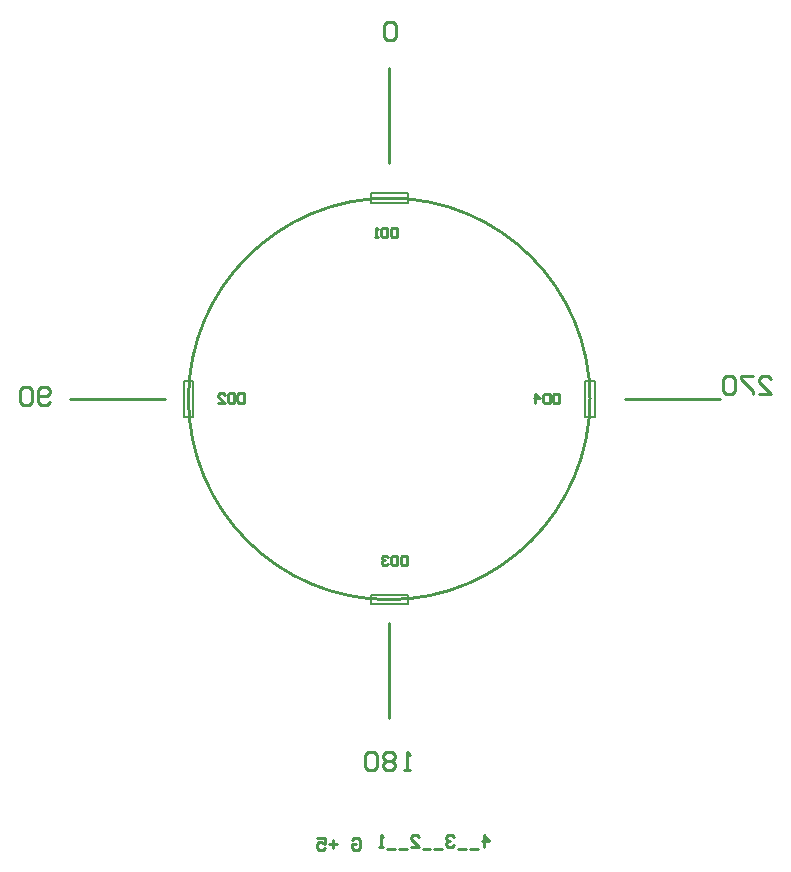
<source format=gbr>
%TF.GenerationSoftware,Altium Limited,Altium Designer,21.6.4 (81)*%
G04 Layer_Color=32896*
%FSLAX43Y43*%
%MOMM*%
%TF.SameCoordinates,7E1728C7-8053-4159-852C-9F5DCDCDAABE*%
%TF.FilePolarity,Positive*%
%TF.FileFunction,Legend,Bot*%
%TF.Part,Single*%
G01*
G75*
%TA.AperFunction,NonConductor*%
%ADD21C,0.254*%
%ADD22C,0.200*%
D21*
X17000Y0D02*
G03*
X17000Y0I-17000J0D01*
G01*
X0Y-27000D02*
Y-19000D01*
X20000Y0D02*
X28000D01*
X0Y20000D02*
Y28000D01*
X-27000Y0D02*
X-19000D01*
X-3130Y-37343D02*
X-2964Y-37176D01*
X-2631D01*
X-2464Y-37343D01*
Y-38009D01*
X-2631Y-38176D01*
X-2964D01*
X-3130Y-38009D01*
Y-37676D01*
X-2797D01*
X-4463D02*
X-5130D01*
X-4797Y-37343D02*
Y-38009D01*
X-6129Y-37176D02*
X-5463D01*
Y-37676D01*
X-5796Y-37510D01*
X-5963D01*
X-6129Y-37676D01*
Y-38009D01*
X-5963Y-38176D01*
X-5630D01*
X-5463Y-38009D01*
X7986Y-37949D02*
Y-36950D01*
X8486Y-37450D01*
X7820D01*
X7486Y-38116D02*
X6820D01*
X6487D02*
X5820D01*
X5487Y-37116D02*
X5320Y-36950D01*
X4987D01*
X4821Y-37116D01*
Y-37283D01*
X4987Y-37450D01*
X5154D01*
X4987D01*
X4821Y-37616D01*
Y-37783D01*
X4987Y-37949D01*
X5320D01*
X5487Y-37783D01*
X4487Y-38116D02*
X3821D01*
X3488D02*
X2821D01*
X1821Y-37949D02*
X2488D01*
X1821Y-37283D01*
Y-37116D01*
X1988Y-36950D01*
X2321D01*
X2488Y-37116D01*
X1488Y-38116D02*
X822D01*
X489D02*
X-178D01*
X-511Y-37949D02*
X-844D01*
X-678D01*
Y-36950D01*
X-511Y-37116D01*
X1756Y-31436D02*
X1248D01*
X1502D01*
Y-29912D01*
X1756Y-30166D01*
X486D02*
X232Y-29912D01*
X-275D01*
X-529Y-30166D01*
Y-30420D01*
X-275Y-30674D01*
X-529Y-30928D01*
Y-31182D01*
X-275Y-31436D01*
X232D01*
X486Y-31182D01*
Y-30928D01*
X232Y-30674D01*
X486Y-30420D01*
Y-30166D01*
X232Y-30674D02*
X-275D01*
X-1037Y-30166D02*
X-1291Y-29912D01*
X-1799D01*
X-2053Y-30166D01*
Y-31182D01*
X-1799Y-31436D01*
X-1291D01*
X-1037Y-31182D01*
Y-30166D01*
X-28694Y-272D02*
X-28948Y-526D01*
X-29456D01*
X-29710Y-272D01*
Y744D01*
X-29456Y998D01*
X-28948D01*
X-28694Y744D01*
Y490D01*
X-28948Y236D01*
X-29710D01*
X-30218Y744D02*
X-30471Y998D01*
X-30979D01*
X-31233Y744D01*
Y-272D01*
X-30979Y-526D01*
X-30471D01*
X-30218Y-272D01*
Y744D01*
X566Y31654D02*
X312Y31908D01*
X-196D01*
X-450Y31654D01*
Y30638D01*
X-196Y30384D01*
X312D01*
X566Y30638D01*
Y31654D01*
X31330Y384D02*
X32346D01*
X31330Y1400D01*
Y1654D01*
X31584Y1908D01*
X32092D01*
X32346Y1654D01*
X30822Y1908D02*
X29807D01*
Y1654D01*
X30822Y638D01*
Y384D01*
X29299Y1654D02*
X29045Y1908D01*
X28537D01*
X28283Y1654D01*
Y638D01*
X28537Y384D01*
X29045D01*
X29299Y638D01*
Y1654D01*
X14376Y440D02*
Y-360D01*
X13976D01*
X13843Y-227D01*
Y307D01*
X13976Y440D01*
X14376D01*
X13577D02*
Y-360D01*
X13177D01*
X13043Y-227D01*
Y307D01*
X13177Y440D01*
X13577D01*
X12377Y-360D02*
Y440D01*
X12777Y40D01*
X12244D01*
X1496Y-13280D02*
Y-14080D01*
X1096D01*
X963Y-13947D01*
Y-13413D01*
X1096Y-13280D01*
X1496D01*
X697D02*
Y-14080D01*
X297D01*
X163Y-13947D01*
Y-13413D01*
X297Y-13280D01*
X697D01*
X-103Y-13413D02*
X-236Y-13280D01*
X-503D01*
X-636Y-13413D01*
Y-13547D01*
X-503Y-13680D01*
X-370D01*
X-503D01*
X-636Y-13813D01*
Y-13947D01*
X-503Y-14080D01*
X-236D01*
X-103Y-13947D01*
X-12334Y460D02*
Y-340D01*
X-12734D01*
X-12867Y-207D01*
Y327D01*
X-12734Y460D01*
X-12334D01*
X-13133D02*
Y-340D01*
X-13533D01*
X-13667Y-207D01*
Y327D01*
X-13533Y460D01*
X-13133D01*
X-14466Y-340D02*
X-13933D01*
X-14466Y193D01*
Y327D01*
X-14333Y460D01*
X-14066D01*
X-13933Y327D01*
X643Y14490D02*
Y13690D01*
X243D01*
X110Y13823D01*
Y14357D01*
X243Y14490D01*
X643D01*
X-157D02*
Y13690D01*
X-557D01*
X-690Y13823D01*
Y14357D01*
X-557Y14490D01*
X-157D01*
X-956Y13690D02*
X-1223D01*
X-1090D01*
Y14490D01*
X-956Y14357D01*
D22*
X-1550Y-16600D02*
X1550D01*
X-1550Y-17400D02*
Y-16600D01*
X1550Y-17400D02*
Y-16600D01*
X-1550Y-17400D02*
X1550D01*
X-16600Y-1550D02*
Y1550D01*
X-17400D02*
X-16600D01*
X-17400Y-1550D02*
X-16600D01*
X-17400D02*
Y1550D01*
X17400Y-1550D02*
Y1550D01*
X16600D02*
X17400D01*
X16600Y-1550D02*
X17400D01*
X16600D02*
Y1550D01*
X-1550Y16600D02*
X1550D01*
Y17400D01*
X-1550Y16600D02*
Y17400D01*
X1550D01*
%TF.MD5,d452ec19ef40b3301097bc4770b1cd1c*%
M02*

</source>
